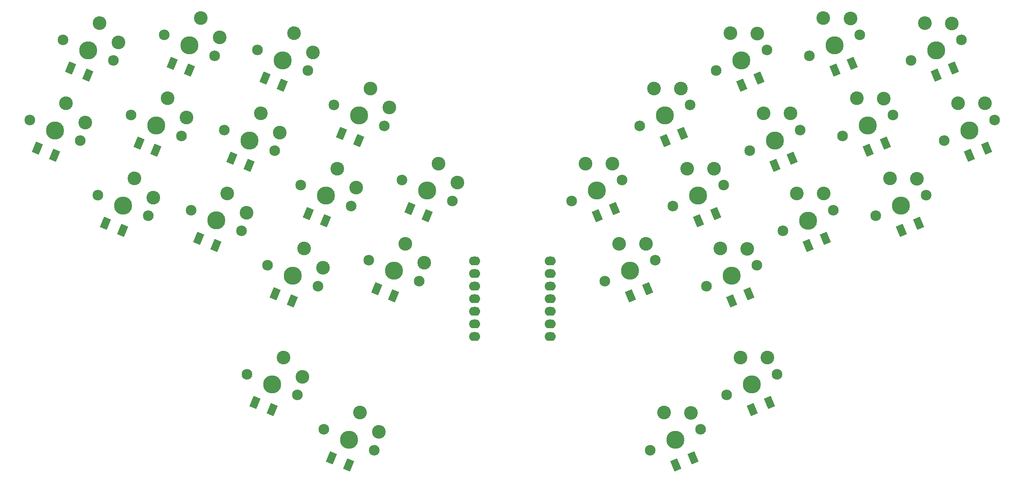
<source format=gts>
G04 EasyPC Gerber Version 19.0.3 Build 3928 *
G04 #@! TF.Part,Single*
G04 #@! TF.FileFunction,Copper,L1,Top *
%FSLAX35Y35*%
%MOIN*%
G04 #@! TA.AperFunction,ComponentPad*
%ADD12O,0.09000X0.07000*%
%ADD15C,0.08480*%
%ADD13C,0.10843*%
%ADD14C,0.14386*%
G04 #@! TA.AperFunction,SMDPad*
%AMT17*0 Rectangle Pad at angle 22.5*21,1,0.05921,0.08874,0,0,22.5*%
%ADD17T17*%
%AMT16*0 Rectangle Pad at angle 157.5*21,1,0.05921,0.08874,0,0,157.5*%
%ADD16T16*%
X0Y0D02*
D02*
D12*
X376251Y126918D03*
Y136918D03*
Y146918D03*
Y156918D03*
Y166918D03*
Y176918D03*
Y186918D03*
X436251Y126918D03*
Y136918D03*
Y146918D03*
Y156918D03*
Y166918D03*
Y176918D03*
Y186918D03*
D02*
D13*
X51911Y312196D03*
X66934Y297025D03*
X78278Y375854D03*
X93300Y360682D03*
X106020Y252500D03*
X121043Y237329D03*
X132385Y316152D03*
X147408Y300980D03*
X158753Y379806D03*
X173776Y364635D03*
X179901Y240542D03*
X194924Y225370D03*
X206267Y304190D03*
X221289Y289019D03*
X224465Y110217D03*
X232634Y367847D03*
X239487Y95045D03*
X240604Y196756D03*
X247657Y352675D03*
X255627Y181584D03*
X266968Y260408D03*
X281991Y245236D03*
X285159Y66434D03*
X293333Y324058D03*
X300182Y51262D03*
X308356Y308887D03*
X321070Y200706D03*
X336093Y185534D03*
X347441Y264361D03*
X362463Y249189D03*
X464222Y264361D03*
X485572Y264256D03*
X490589Y200709D03*
X511940Y200604D03*
X518330Y324058D03*
X526496Y66434D03*
X539680Y323953D03*
X544696Y260412D03*
X547847Y66329D03*
X566046Y260307D03*
X571058Y196756D03*
X579029Y367845D03*
X587196Y110219D03*
X592408Y196651D03*
X600379Y367740D03*
X605392Y304191D03*
X608546Y110114D03*
X626742Y304086D03*
X631761Y240538D03*
X652912Y379802D03*
X653111Y240433D03*
X674262Y379696D03*
X679279Y316148D03*
X700629Y316043D03*
X705641Y252500D03*
X726992Y252394D03*
X733381Y375849D03*
X754732Y375744D03*
X759750Y312200D03*
X781100Y312095D03*
D02*
D14*
X43022Y290736D03*
X69389Y354393D03*
X97131Y231040D03*
X123496Y294691D03*
X149864Y358346D03*
X171012Y219082D03*
X197378Y282730D03*
X215576Y88757D03*
X223745Y346387D03*
X231715Y175296D03*
X258079Y238948D03*
X276270Y44974D03*
X284444Y302598D03*
X312181Y179245D03*
X338552Y242901D03*
X473111Y242900D03*
X499478Y179248D03*
X527219Y302598D03*
X535385Y44974D03*
X553585Y238952D03*
X579947Y175296D03*
X587918Y346385D03*
X596085Y88759D03*
X614281Y282731D03*
X640650Y219078D03*
X661801Y358341D03*
X688168Y294688D03*
X714530Y231039D03*
X742270Y354389D03*
X768639Y290740D03*
D02*
D15*
X23017Y299023D03*
X49383Y362680D03*
X63028Y282450D03*
X77126Y239327D03*
X89394Y346107D03*
X103491Y302978D03*
X117137Y222754D03*
X129859Y366633D03*
X143501Y286405D03*
X151007Y227369D03*
X169869Y350059D03*
X177372Y291017D03*
X191017Y210795D03*
X195570Y97043D03*
X203740Y354673D03*
X211710Y183582D03*
X217383Y274443D03*
X235581Y80470D03*
X238074Y247234D03*
X243750Y338100D03*
X251720Y167009D03*
X256265Y53260D03*
X264439Y310885D03*
X278084Y230661D03*
X292176Y187532D03*
X296275Y36687D03*
X304449Y294311D03*
X318546Y251187D03*
X332186Y170959D03*
X358557Y234614D03*
X453106Y234614D03*
X479473Y170962D03*
X493116Y251187D03*
X507214Y294311D03*
X515380Y36687D03*
X519483Y187535D03*
X533580Y230665D03*
X547224Y310885D03*
X555391Y53261D03*
X559942Y167009D03*
X567913Y338098D03*
X573590Y247239D03*
X576080Y80472D03*
X594276Y274444D03*
X599952Y183583D03*
X607923Y354671D03*
X616090Y97046D03*
X620645Y210791D03*
X634286Y291017D03*
X641796Y350055D03*
X660655Y227364D03*
X668163Y286401D03*
X681806Y366628D03*
X694525Y222753D03*
X708173Y302974D03*
X722265Y346102D03*
X734535Y239326D03*
X748633Y282453D03*
X762276Y362675D03*
X788644Y299026D03*
D02*
D16*
X29121Y276466D03*
X42761Y270816D03*
X55487Y340123D03*
X69128Y334473D03*
X83230Y216770D03*
X96870Y211120D03*
X109595Y280421D03*
X123235Y274771D03*
X135963Y344076D03*
X149603Y338426D03*
X157111Y204811D03*
X170751Y199161D03*
X183476Y268459D03*
X197117Y262809D03*
X201674Y74486D03*
X209844Y332116D03*
X215315Y68836D03*
X217814Y161025D03*
X223484Y326466D03*
X231454Y155375D03*
X244178Y224677D03*
X257818Y219027D03*
X262369Y30703D03*
X270543Y288328D03*
X276009Y25053D03*
X284183Y282678D03*
X298280Y164975D03*
X311920Y159325D03*
X324650Y228630D03*
X338291Y222980D03*
D02*
D17*
X473372Y222980D03*
X487012Y228630D03*
X499739Y159328D03*
X513380Y164978D03*
X527480Y282678D03*
X535646Y25054D03*
X541120Y288328D03*
X549287Y30704D03*
X553846Y219031D03*
X567486Y224681D03*
X580208Y155376D03*
X588179Y326464D03*
X593848Y161026D03*
X596346Y68839D03*
X601819Y332114D03*
X609986Y74489D03*
X614542Y262810D03*
X628182Y268460D03*
X640911Y199157D03*
X654551Y204807D03*
X662062Y338421D03*
X675702Y344071D03*
X688429Y274767D03*
X702069Y280417D03*
X714791Y211119D03*
X728431Y216769D03*
X742531Y334468D03*
X756172Y340118D03*
X768900Y270819D03*
X782540Y276469D03*
X0Y0D02*
M02*

</source>
